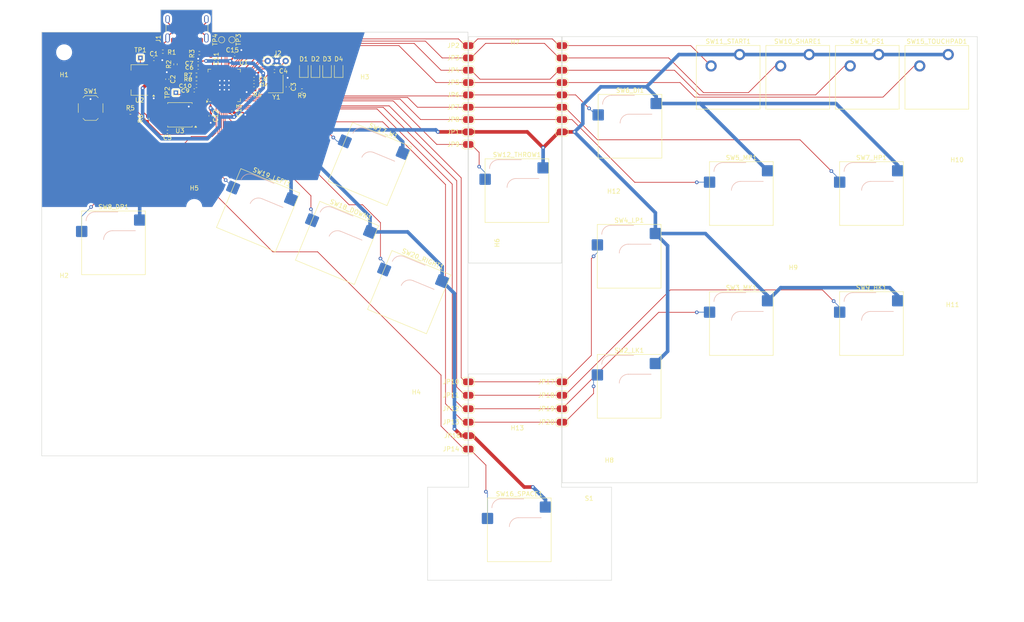
<source format=kicad_pcb>
(kicad_pcb (version 20240108) (generator "pcbnew") (generator_version "8.0")
  (layers (0 "F.Cu" signal) (31 "B.Cu" signal) (34 "B.Paste" user) (35 "F.Paste" user) (36 "B.SilkS" user "B.Silkscreen") (37 "F.SilkS" user "F.Silkscreen") (38 "B.Mask" user) (39 "F.Mask" user) (44 "Edge.Cuts" user))
  (net 0 "")
  (net 1 "VBUS")
  (net 2 "GND")
  (net 3 "+3.3V")
  (net 4 "Net-(C4-Pad2)")
  (net 5 "Net-(J1-SHIELD)")
  (net 6 "Net-(J1-CC2)")
  (net 7 "Net-(J1-CC1)")
  (net 9 "Net-(U1-GPIO25)")
  (net 11 "Net-(U1-GPIO27_ADC1)")
  (net 14 "+1V1")
  (net 15 "Net-(R5-Pad1)")
  (net 16 "Net-(U1-USB_DM)")
  (net 17 "Net-(U1-USB_DP)")
  (net 18 "/Main/XIN")
  (net 19 "/Main/XOUT")
  (net 20 "/Main/QSPI_SS")
  (net 21 "/Main/D-")
  (net 22 "/Main/D+")
  (net 23 "/Main/SWCLK")
  (net 24 "/Main/SWDIO")
  (net 25 "/Main/QSPI_SD3")
  (net 26 "/Main/QSPI_SCLK")
  (net 27 "/Main/QSPI_SD0")
  (net 28 "/Main/QSPI_SD2")
  (net 29 "/Main/QSPI_SD1")
  (net 31 "Net-(D1-K)")
  (net 35 "/Buttons/L3")
  (net 36 "/Buttons/S2")
  (net 37 "/Buttons/S1")
  (net 38 "/Buttons/A1")
  (net 39 "/Buttons/A2")
  (net 40 "/Buttons/L1")
  (net 41 "/Buttons/R1")
  (net 42 "/Buttons/B4")
  (net 43 "/Buttons/B3")
  (net 44 "/Buttons/R2")
  (net 45 "/Buttons/B2")
  (net 46 "/Buttons/B1")
  (net 47 "/Buttons/SPACE")
  (net 48 "/Main/S2")
  (net 49 "/Main/S1")
  (net 50 "/Main/A1")
  (net 51 "/Main/A2")
  (net 52 "/Main/L1")
  (net 53 "/Main/R1")
  (net 54 "/Main/B4")
  (net 55 "/Main/L3")
  (net 56 "/Main/B3")
  (net 57 "/Main/R2")
  (net 58 "/Main/B2")
  (net 59 "/Main/B1")
  (net 60 "/Main/SPACE")
  (net 61 "DOWN")
  (net 62 "RIGHT")
  (net 63 "LEFT")
  (net 64 "L2")
  (net 65 "W")
  (net 66 "Net-(JP2-B)")
  (net 67 "Net-(JP22-A)")
  (net 68 "Net-(JP23-A)")
  (net 69 "Net-(JP24-A)")
  (net 70 "Net-(JP25-A)")
  (net 71 "Net-(JP26-A)")
  (net 72 "Net-(JP27-A)")
  (net 73 "Net-(JP10-B)")
  (net 74 "Net-(JP11-B)")
  (net 75 "Net-(JP12-B)")
  (net 76 "Net-(JP13-B)")
  (net 77 "/Main/P1")
  (net 78 "/Main/P2")
  (net 79 "/Main/P3")
  (net 80 "/Main/P4")
  (footprint "Fightstick_Library:EdgeSolderJumper-2_P1.3mm_Bridged_RoundedPad1.0x1.5mm" (layer "F.Cu") (at 139.07 103)
    (property "Reference" "JP10")
    (property "Value" "SolderJumper_2_Bridged")
  )
  (footprint "PCM_Switch_Keyboard_Hotswap_Kailh:SW_Hotswap_Kailh_MX" (layer "F.Cu") (at 228.933943 90)
    (property "Reference" "SW9_HK1")
    (property "Value" "SW_Push")
  )
  (footprint "" (layer "F.Cu") (at 83.7 36.84)
    (property "Reference" "")
    (property "Value" "")
  )
  (footprint "Crystal:Crystal_SMD_3225-4Pin_3.2x2.5mm" (layer "F.Cu") (at 96.146 36.53 90)
    (property "Reference" "Y1")
    (property "Value" "12 mhz crystal")
  )
  (footprint "MountingHole:MountingHole_3.2mm_M3" (layer "F.Cu") (at 166.5 60.5)
    (property "Reference" "H12")
    (property "Value" "MountingHole")
  )
  (footprint "LED_SMD:LED_0805_2012Metric" (layer "F.Cu") (at 110.19 33.4125 90)
    (property "Reference" "D4")
    (property "Value" "LED")
  )
  (footprint "Capacitor_SMD:C_0402_1005Metric" (layer "F.Cu") (at 78 38 180)
    (property "Reference" "C9")
    (property "Value" "100n")
  )
  (footprint "" (layer "F.Cu") (at 85.732 36.84)
    (property "Reference" "")
    (property "Value" "")
  )
  (footprint "Capacitor_SMD:C_0402_1005Metric" (layer "F.Cu") (at 78.88 31.93 180)
    (property "Reference" "C7")
    (property "Value" "1u")
  )
  (footprint "MountingHole:MountingHole_3.2mm_M3" (layer "F.Cu") (at 247 90)
    (property "Reference" "H11")
    (property "Value" "MountingHole")
  )
  (footprint "LED_SMD:LED_0805_2012Metric" (layer "F.Cu") (at 105.01 33.4125 90)
    (property "Reference" "D2")
    (property "Value" "LED")
  )
  (footprint "PCM_Switch_Keyboard_Cherry_MX:SW_Cherry_MX_PCB" (layer "F.Cu") (at 197 35.08)
    (property "Reference" "SW11_START1")
    (property "Value" "SW_Push")
  )
  (footprint "Capacitor_SMD:C_0402_1005Metric" (layer "F.Cu") (at 91.32 35.43)
    (property "Reference" "C8")
    (property "Value" "100n")
  )
  (footprint "Fightstick_Library:SW_TS-1187A-C-A-B" (layer "F.Cu") (at 54.905 41.93)
    (property "Reference" "SW1")
    (property "Value" "Memory Reset")
  )
  (footprint "MountingHole:MountingHole_3.2mm_M3" (layer "F.Cu") (at 150 72)
    (property "Reference" "H6")
    (property "Value" "MountingHole")
  )
  (footprint "Fightstick_Library:EdgeSolderJumper-2_P1.3mm_Bridged_RoundedPad1.0x1.5mm" (layer "F.Cu") (at 159.95 28)
    (property "Reference" "JP21" (hide yes))
    (property "Value" "SolderJumper_2_Bridged" (hide yes))
  )
  (footprint "" (layer "F.Cu") (at 85.732 35.824)
    (property "Reference" "")
    (property "Value" "")
  )
  (footprint "TestPoint:TestPoint_Pad_D1.0mm" (layer "F.Cu") (at 84.1 26.7 90)
    (property "Reference" "TP4")
    (property "Value" "TestPoint")
  )
  (footprint "" (layer "F.Cu") (at 85.732 37.856)
    (property "Reference" "")
    (property "Value" "")
  )
  (footprint "Resistor_SMD:R_0402_1005Metric" (layer "F.Cu") (at 92.08 37.856 180)
    (property "Reference" "R4")
    (property "Value" "1K")
  )
  (footprint "Fightstick_Library:EdgeSolderJumper-2_P1.3mm_Bridged_RoundedPad1.0x1.5mm" (layer "F.Cu") (at 159.95 103)
    (property "Reference" "JP17")
    (property "Value" "SolderJumper_2_Bridged" (hide yes))
  )
  (footprint "LED_SMD:LED_0805_2012Metric" (layer "F.Cu") (at 102.42 33.4125 90)
    (property "Reference" "D1")
    (property "Value" "LED")
  )
  (footprint "Capacitor_SMD:C_0402_1005Metric" (layer "F.Cu") (at 87 30)
    (property "Reference" "C15")
    (property "Value" "100n")
  )
  (footprint "Resistor_SMD:R_0402_1005Metric" (layer "F.Cu") (at 63.761 42.936)
    (property "Reference" "R5")
    (property "Value" "1K")
  )
  (footprint "Fightstick_Library:EdgeSolderJumper-2_P1.3mm_Bridged_RoundedPad1.0x1.5mm" (layer "F.Cu") (at 159.95 47.25)
    (property "Reference" "JP15" (hide yes))
    (property "Value" "SolderJumper_2_Bridged" (hide yes))
  )
  (footprint "Resistor_SMD:R_0402_1005Metric" (layer "F.Cu") (at 73.822 32.178 -90)
    (property "Reference" "R2")
    (property "Value" "5.1K")
  )
  (footprint "PCM_Switch_Keyboard_Hotswap_Kailh:SW_Hotswap_Kailh_MX_1.00u" (layer "F.Cu") (at 125.903943 83 -22.5)
    (property "Reference" "SW20_RIGHT1")
    (property "Value" "SW_Push")
  )
  (footprint "PCM_Switch_Keyboard_Hotswap_Kailh:SW_Hotswap_Kailh_MX_1.00u" (layer "F.Cu") (at 109.834772 72.014362 -22.5)
    (property "Reference" "SW18_DOWN1")
    (property "Value" "SW_Push")
  )
  (footprint "MountingHole:MountingHole_3.2mm_M3" (layer "F.Cu") (at 127.5 109.5)
    (property "Reference" "H4")
    (property "Value" "MountingHole")
  )
  (footprint "Fightstick_Library:LDO_AMS1117-3.3" (layer "F.Cu") (at 65.822 35.678 180)
    (property "Reference" "U2")
    (property "Value" "AMS1117-3.3_SOT223")
  )
  (footprint "PCM_kikit:Board" (layer "F.Cu") (at 130 138)
    (property "Reference" "B4")
    (property "Value" "Board")
  )
  (footprint "Fightstick_Library:Debug_Points" (layer "F.Cu") (at 97.68 31.43 180)
    (property "Reference" "J2")
    (property "Value" "Conn_01x03_Socket")
  )
  (footprint "Fightstick_Library:EdgeSolderJumper-2_P1.3mm_Bridged_RoundedPad1.0x1.5mm" (layer "F.Cu") (at 159.95 41.75)
    (property "Reference" "JP26" (hide yes))
    (property "Value" "SolderJumper_2_Bridged" (hide yes))
  )
  (footprint "PCM_kikit:Board" (layer "F.Cu") (at 151.375 26)
    (property "Reference" "B3")
    (property "Value" "Board")
  )
  (footprint "PCM_Switch_Keyboard_Hotswap_Kailh:SW_Hotswap_Kailh_MX_1.00u" (layer "F.Cu") (at 117.124891 54.414457 -22.5)
    (property "Reference" "SW17_W1")
    (property "Value" "SW_Push")
  )
  (footprint "Capacitor_SMD:C_0402_1005Metric" (layer "F.Cu") (at 81.7 30.9 90)
    (property "Reference" "C11")
    (property "Value" "100n")
  )
  (footprint "Fightstick_Library:EdgeSolderJumper-2_P1.3mm_Bridged_RoundedPad1.0x1.5mm" (layer "F.Cu") (at 159.95 36.25)
    (property "Reference" "JP24" (hide yes))
    (property "Value" "SolderJumper_2_Bridged" (hide yes))
  )
  (footprint "PCM_Switch_Keyboard_Hotswap_Kailh:SW_Hotswap_Kailh_MX" (layer "F.Cu") (at 199.933943 90)
    (property "Reference" "SW3_MK1")
    (property "Value" "SW_Push")
  )
  (footprint "MountingHole:MountingHole_3.2mm_M3" (layer "F.Cu") (at 49 29.5)
    (property "Reference" "H1")
    (property "Value" "MountingHole")
  )
  (footprint "Capacitor_SMD:C_0402_1005Metric" (layer "F.Cu") (at 78.5 37 180)
    (property "Reference" "C10")
    (property "Value" "100n")
  )
  (footprint "Fightstick_Library:EdgeSolderJumper-2_P1.3mm_Bridged_RoundedPad1.0x1.5mm" (layer "F.Cu") (at 159.95 106)
    (property "Reference" "JP18")
    (property "Value" "SolderJumper_2_Bridged" (hide yes))
  )
  (footprint "Capacitor_SMD:C_0402_1005Metric" (layer "F.Cu") (at 78.88 32.93 180)
    (property "Reference" "C6")
    (property "Value" "1u")
  )
  (footprint "Fightstick_Library:EdgeSolderJumper-2_P1.3mm_Bridged_RoundedPad1.0x1.5mm" (layer "F.Cu") (at 139.07 28)
    (property "Reference" "JP2")
    (property "Value" "SolderJumper_2_Bridged")
  )
  (footprint "Fightstick_Library:EdgeSolderJumper-2_P1.3mm_Bridged_RoundedPad1.0x1.5mm" (layer "F.Cu") (at 139.07 112)
    (property "Reference" "JP13")
    (property "Value" "SolderJumper_2_Bridged")
  )
  (footprint "TestPoint:TestPoint_THTPad_1.0x1.0mm_Drill0.5mm" (layer "F.Cu") (at 66 30.75)
    (property "Reference" "TP1")
    (property "Value" "TestPoint")
  )
  (footprint "MountingHole:MountingHole_3.2mm_M3" (layer "F.Cu") (at 211.5 73)
    (property "Reference" "H9")
    (property "Value" "MountingHole")
  )
  (footprint "Fightstick_Library:EdgeSolderJumper-2_P1.3mm_Bridged_RoundedPad1.0x1.5mm" (layer "F.Cu") (at 139.07 39)
    (property "Reference" "JP6")
    (property "Value" "SolderJumper_2_Bridged")
  )
  (footprint "TestPoint:TestPoint_Pad_D1.0mm" (layer "F.Cu") (at 86.4 26.7 -90)
    (property "Reference" "TP3")
    (property "Value" "TestPoint")
  )
  (footprint "TestPoint:TestPoint_THTPad_1.0x1.0mm_Drill0.5mm" (layer "F.Cu") (at 73.9 38.5)
    (property "Reference" "TP2")
    (property "Value" "TestPoint")
  )
  (footprint "Capacitor_SMD:C_0402_1005Metric" (layer "F.Cu") (at 81.63 43.68 -90)
    (property "Reference" "C12")
    (property "Value" "100n")
  )
  (footprint "MountingHole:MountingHole_3.2mm_M3" (layer "F.Cu") (at 49 83.5)
    (property "Reference" "H2")
    (property "Value" "MountingHole")
  )
  (footprint "Fightstick_Library:EdgeSolderJumper-2_P1.3mm_Bridged_RoundedPad1.0x1.5mm" (layer "F.Cu") (at 139.07 47.25)
    (property "Reference" "JP1")
    (property "Value" "SolderJumper_2_Bridged")
  )
  (footprint "PCM_Switch_Keyboard_Hotswap_Kailh:SW_Hotswap_Kailh_MX" (layer "F.Cu") (at 174.933943 104)
    (property "Reference" "SW2_LK1")
    (property "Value" "SW_Push")
  )
  (footprint "PCM_Switch_Keyboard_Hotswap_Kailh:SW_Hotswap_Kailh_MX" (layer "F.Cu") (at 60 71.991696)
    (property "Reference" "SW8_DP1")
    (property "Value" "SW_Push")
  )
  (footprint "Fightstick_Library:EdgeSolderJumper-2_P1.3mm_Bridged_RoundedPad1.0x1.5mm" (layer "F.Cu") (at 159.95 112)
    (property "Reference" "JP20")
    (property "Value" "SolderJumper_2_Bridged" (hide yes))
  )
  (footprint "Fightstick_Library:EdgeSolderJumper-2_P1.3mm_Bridged_RoundedPad1.0x1.5mm" (layer "F.Cu") (at 159.95 30.75)
    (property "Reference" "JP22" (hide yes))
    (property "Value" "SolderJumper_2_Bridged" (hide yes))
  )
  (footprint "PCM_Switch_Keyboard_Hotswap_Kailh:SW_Hotswap_Kailh_MX" (layer "F.Cu") (at 149.915906 60.354124)
    (property "Reference" "SW12_THROW1")
    (property "Value" "SW_Push")
  )
  (footprint "Capacitor_SMD:C_0402_1005Metric" (layer "F.Cu") (at 98.852 37.208 -90)
    (property "Reference" "C3")
    (property "Value" "15p")
  )
  (footprint "" (layer "F.Cu") (at 84.716 37.856)
    (property "Reference" "")
    (property "Value" "")
  )
  (footprint "Fightstick_Library:EdgeSolderJumper-2_P1.3mm_Bridged_RoundedPad1.0x1.5mm" (layer "F.Cu") (at 139.07 106)
    (property "Reference" "JP11")
    (property "Value" "SolderJumper_2_Bridged")
  )
  (footprint "Resistor_SMD:R_0402_1005Metric" (layer "F.Cu") (at 78.5 34.5)
    (property "Reference" "R7")
    (property "Value" "27")
  )
  (footprint "" (layer "F.Cu") (at 84.716 35.824)
    (property "Reference" "")
    (property "Value" "")
  )
  (footprint "MountingHole:MountingHole_3.2mm_M3" (layer "F.Cu") (at 120.5 35 180)
    (property "Reference" "H3")
    (property "Value" "MountingHole")
  )
  (footprint "Resistor_SMD:R_0402_1005Metric_Pad0.72x0.64mm_HandSolder" (layer "F.Cu") (at 67.571 44.333 -90)
    (property "Reference" "R6")
    (property "Value" "DNF")
  )
  (footprint "" (layer "F.Cu") (at 84.716 36.84)
    (property "Reference" "")
    (property "Value" "")
  )
  (footprint "Fightstick_Library:EdgeSolderJumper-2_P1.3mm_Bridged_RoundedPad1.0x1.5mm" (layer "F.Cu") (at 139.07 30.75)
    (property "Reference" "JP3")
    (property "Value" "SolderJumper_2_Bridged")
  )
  (footprint "Capacitor_SMD:C_0402_1005Metric" (layer "F.Cu") (at 72.016 47.254)
    (property "Reference" "C5")
    (property "Value" "100n")
  )
  (footprint "MountingHole:MountingHole_3.2mm_M3" (layer "F.Cu") (at 175.5 120.5)
    (property "Reference" "H8")
    (property "Value" "MountingHole")
  )
  (footprint "Fightstick_Library:EdgeSolderJumper-2_P1.3mm_Bridged_RoundedPad1.0x1.5mm" (layer "F.Cu") (at 139.07 50.05)
    (property "Reference" "JP9")
    (property "Value" "SolderJumper_2_Bridged")
  )
  (footprint "LED_SMD:LED_0805_2012Metric" (layer "F.Cu") (at 107.6 33.4125 90)
    (property "Reference" "D3")
    (property "Value" "LED")
  )
  (footprint "Fightstick_Library:EdgeSolderJumper-2_P1.3mm_Bridged_RoundedPad1.0x1.5mm" (layer "F.Cu") (at 159.95 109)
    (property "Reference" "JP19")
    (property "Value" "SolderJumper_2_Bridged" (hide yes))
  )
  (footprint "Capacitor_SMD:C_0402_1005Metric" (layer "F.Cu") (at 86.38 42.93)
    (property "Reference" "C13")
    (property "Value" "100n")
  )
  (footprint "Package_DFN_QFN:QFN-56-1EP_7x7mm_P0.4mm_EP3.2x3.2mm" (layer "F.Cu") (at 84.678 36.878 90)
    (property "Reference" "U1")
    (property "Value" "RP2040")
  )
  (footprint "Fightstick_Library:USB_C_Receptacle_C6332272" (layer "F.Cu") (at 76.38 23.68 180)
    (property "Reference" "J1")
    (property "Value" "USB_C_Receptacle_USB2.0_14P")
  )
  (footprint "Capacitor_SMD:C_0402_1005Metric" (layer "F.Cu") (at 91.32 36.84)
    (property "Reference" "C14")
    (property "Value" "100n")
  )
  (footprint "Fightstick_Library:EdgeSolderJumper-2_P1.3mm_Bridged_RoundedPad1.0x1.5mm" (layer "F.Cu") (at 159.95 33.5)
    (property "Reference" "JP23" (hide yes))
    (property "Value" "SolderJumper_2_Bridged" (hide yes))
  )
  (footprint "Fightstick_Library:EdgeSolderJumper-2_P1.3mm_Bridged_RoundedPad1.0x1.5mm" (layer "F.Cu") (at 139.09 118)
    (property "Reference" "JP14")
    (property "Value" "SolderJumper_2_Bridged")
  )
  (footprint "PCM_Switch_Keyboard_Hotswap_Kailh:SW_Hotswap_Kailh_MX" (layer "F.Cu") (at 199.933943 61)
    (property "Reference" "SW5_MP1")
    (property "Value" "SW_Push")
  )
  (footprint "PCM_Switch_Keyboard_Hotswap_Kailh:SW_Hotswap_Kailh_MX" (layer "F.Cu") (at 175.114257 46.000561)
    (property "Reference" "SW6_DI1")
    (property "Value" "SW_Push")
  )
  (footprint "PCM_Mounting_Keyboard_Stabilizer:Stabilizer_Cherry_MX_2.00u" (layer "F.Cu") (at 150.44 136.01)
    (property "Reference" "S1")
    (property "Value" "~")
  )
  (footprint "Resistor_SMD:R_0402_1005Metric" (layer "F.Cu") (at 79.13 29.68)
    (property "Reference" "R3")
    (property "Value" "5.1K")
  )
  (footprint "Fightstick_Library:EdgeSolderJumper-2_P1.3mm_Bridged_RoundedPad1.0x1.5mm" (layer "F.Cu") (at 159.95 44.5)
    (property "Reference" "JP27" (hide yes))
    (property "Value" "SolderJumper_2_Bridged" (hide yes))
  )
  (footprint "PCM_Switch_Keyboard_Hotswap_Kailh:SW_Hotswap_Kailh_MX_1.00u" (layer "F.Cu") (at 92.234867 64.724243 -22.5)
    (property "Reference" "SW19_LEFT1")
    (property "Value" "SW_Push")
  )
  (footprint "Resistor_SMD:R_0402_1005Metric" (layer "F.Cu") (at 78.5 35.5)
    (property "Reference" "R8")
    (property "Value" "27")
  )
  (footprint "PCM_Switch_Keyboard_Hotswap_Kailh:SW_Hotswap_Kailh_MX" (layer "F.Cu") (at 174.933943 75)
    (property "Reference" "SW4_LP1")
    (property "Value" "SW_Push")
  )
  (footprint "Fightstick_Library:EdgeSolderJumper-2_P1.3mm_Bridged_RoundedPad1.0x1.5mm" (layer "F.Cu") (at 139.09 115)
    (property "Reference" "JP16")
    (property "Value" "SolderJumper_2_Bridged" (hide yes))
  )
  (footprint "MountingHole:MountingHole_3.2mm_M3" (layer "F.Cu") (at 248 49)
    (property "Reference" "H10")
    (property "Value" "MountingHole")
  )
  (footprint "Package_SO:SOIC-8_5.23x5.23mm_P1.27mm" (layer "F.Cu") (at 74.81 43.444 180)
    (property "Reference" "U3")
    (property "Value" "W25Q128JVSIQ")
  )
  (footprint "Fightstick_Library:EdgeSolderJumper-2_P1.3mm_Bridged_RoundedPad1.0x1.5mm" (layer "F.Cu") (at 159.95 39)
    (property "Reference" "JP25" (hide yes))
    (property "Value" "SolderJumper_2_Bridged" (hide yes))
  )
  (footprint "Fightstick_Library:EdgeSolderJumper-2_P1.3mm_Bridged_RoundedPad1.0x1.5mm" (layer "F.Cu") (at 139.07 33.5)
    (property "Reference" "JP4")
    (property "Value" "SolderJumper_2_Bridged")
  )
  (footprint "PCM_Switch_Keyboard_Hotswap_Kailh:SW_Hotswap_Kailh_MX" (layer "F.Cu") (at 228.933943 61)
    (property "Reference" "SW7_HP1")
    (property "Value" "SW_Push")
  )
  (footprint "MountingHole:MountingHole_3.2mm_M3" (layer "F.Cu") (at 78 64)
    (property "Reference" "H5")
    (property "Value" "MountingHole")
  )
  (footprint "PCM_Switch_Keyboard_Hotswap_Kailh:SW_Hotswap_Kailh_MX" (layer "F.Cu") (at 150.44 136.01)
    (property "Reference" "SW16_SPACE1")
    (property "Value" "SW_Push")
  )
  (footprint "MountingHole:MountingHole_3.2mm_M3" (layer "F.Cu") (at 149.5 31.5)
    (property "Reference" "H7")
    (property "Value" "MountingHole")
  )
  (footprint "PCM_Switch_Keyboard_Cherry_MX:SW_Cherry_MX_PCB" (layer "F.Cu") (at 212.5 35.08)
    (property "Reference" "SW10_SHARE1")
    (property "Value" "SW_Push")
  )
  (footprint "Resistor_SMD:R_0402_1005Metric" (layer "F.Cu") (at 102 38 180)
    (property "Reference" "R9")
    (property "Value" "330")
  )
  (footprint "" (layer "F.Cu") (at 83.7 37.856)
    (property "Reference" "")
    (property "Value" "")
  )
  (footprint "Capacitor_SMD:C_0402_1005Metric" (layer "F.Cu") (at 69 31)
    (property "Reference" "C1")
    (property "Value" "10u")
  )
  (footprint "MountingHole:MountingHole_3.2mm_M3" (layer "F.Cu") (at 150 117.5)
    (property "Reference" "H13")
    (property "Value" "MountingHole")
  )
  (footprint "" (layer "F.Cu") (at 83.7 35.824)
    (property "Reference" "")
    (property "Value" "")
  )
  (footprint "PCM_kikit:Board" (layer "F.Cu") (at 170 26)
    (property "Reference" "B2")
    (property "Value" "Board")
  )
  (footprint "Capacitor_SMD:C_0402_1005Metric" (layer "F.Cu") (at 72 35.5 90)
    (property "Reference" "C2")
    (property "Value" "10u")
  )
  (footprint "Fightstick_Library:EdgeSolderJumper-2_P1.3mm_Bridged_RoundedPad1.0x1.5mm" (layer "F.Cu") (at 139.07 36.25)
    (property "Reference" "JP5")
    (property "Value" "SolderJumper_2_Bridged")
  )
  (footprint "Capacitor_SMD:C_0402_1005Metric" (layer "F.Cu") (at 95.88 33.68 180)
    (property "Reference" "C4")
    (property "Value" "15p")
  )
  (footprint "Fightstick_Library:EdgeSolderJumper-2_P1.3mm_Bridged_RoundedPad1.0x1.5mm" (layer "F.Cu") (at 139.07 109)
    (property "Reference" "JP12")
    (property "Value" "SolderJumper_2_Bridged")
  )
  (footprint "PCM_Switch_Keyboard_Cherry_MX:SW_Cherry_MX_PCB" (layer "F.Cu") (at 243.5 35.08)
    (property "Reference" "SW15_TOUCHPAD1")
    (property "Value" "SW_Push")
  )
  (footprint "Resistor_SMD:R_0402_1005Metric" (layer "F.Cu") (at 71 29.347)
    (property "Reference" "R1")
    (property "Value" "1M")
  )
  (footprint "Fightstick_Library:EdgeSolderJumper-2_P1.3mm_Bridged_RoundedPad1.0x1.5mm" (layer "F.Cu") (at 139.07 44.5)
    (property "Reference" "JP8")
    (property "Value" "SolderJumper_2_Bridged")
  )
  (footprint "PCM_Switch_Keyboard_Cherry_MX:SW_Cherry_MX_PCB" (layer "F.Cu") (at 228 35.08)
    (property "Reference" "SW14_PS1")
    (property "Value" "SW_Push")
  )
  (footprint "Fightstick_Library:EdgeSolderJumper-2_P1.3mm_Bridged_RoundedPad1.0x1.5mm" (layer "F.Cu") (at 139.07 41.75)
    (property "Reference" "JP7")
    (property "Value" "SolderJumper_2_Bridged")
  )
  (footprint "PCM_kikit:Board" (layer "F.Cu") (at 44.25 25)
    (property "Reference" "B1")
    (property "Value" "Board")
  )
  (gr_line (start 252.53 26) (end 252.5 125.5) (stroke (width 0.1)) (layer "Edge.Cuts"))
  (gr_line (start 139 119.5) (end 44 119.5) (stroke (width 0.1)) (layer "Edge.Cuts"))
  (gr_line (start 252.5 125.5) (end 160 125.5) (stroke (width 0.1)) (layer "Edge.Cuts"))
  (gr_line (start 139 25) (end 139 119.5) (stroke (width 0.1)) (layer "Edge.Cuts"))
  (gr_line (start 160 26) (end 160 125.5) (stroke (width 0.1)) (layer "Edge.Cuts"))
  (gr_line (start 159.85 126.5) (end 171 126.5) (stroke (width 0.1)) (layer "Edge.Cuts"))
  (gr_line (start 130 147.25) (end 171 147.25) (stroke (width 0.1)) (layer "Edge.Cuts"))
  (gr_line (start 159.85 101.25) (end 159.85 126.5) (stroke (width 0.1)) (layer "Edge.Cuts"))
  (gr_line (start 159.85 101.25) (end 139.15 101.25) (stroke (width 0.1)) (layer "Edge.Cuts"))
  (gr_line (start 82 25) (end 82 20) (stroke (width 0.1)) (layer "Edge.Cuts"))
  (gr_line (start 82 20) (end 70.5 20) (stroke (width 0.1)) (layer "Edge.Cuts"))
  (gr_line (start 139.14 26) (end 159.86 26) (stroke (width 0.1)) (layer "Edge.Cuts"))
  (gr_line (start 139 25) (end 82 25) (stroke (width 0.1)) (layer "Edge.Cuts"))
  (gr_line (start 70.5 20) (end 70.5 25) (stroke (width 0.1)) (layer "Edge.Cuts"))
  (gr_line (start 171 147.25) (end 171 126.5) (stroke (width 0.1)) (layer "Edge.Cuts"))
  (gr_line (start 252.53 26) (end 160 26) (stroke (width 0.1)) (layer "Edge.Cuts"))
  (gr_line (start 130 126.5) (end 130 147.25) (stroke (width 0.1)) (layer "Edge.Cuts"))
  (gr_line (start 159.86 76.5) (end 139.14 76.5) (stroke (width 0.1)) (layer "Edge.Cuts"))
  (gr_line (start 159.86 26) (end 159.86 76.5) (stroke (width 0.1)) (layer "Edge.Cuts"))
  (gr_line (start 130 126.5) (end 139.15 126.5) (stroke (width 0.1)) (layer "Edge.Cuts"))
  (gr_line (start 139.15 101.25) (end 139.15 126.5) (stroke (width 0.1)) (layer "Edge.Cuts"))
  (gr_line (start 70.5 25) (end 44 25) (stroke (width 0.1)) (layer "Edge.Cuts"))
  (gr_line (start 44 25) (end 44 119.5) (stroke (width 0.1)) (layer "Edge.Cuts"))
  (gr_line (start 139.14 26) (end 139.14 76.5) (stroke (width 0.1)) (layer "Edge.Cuts"))
  (segment (start 73.98 26.86259) (end 73.98 27.315) (width 0.2) (layer "F.Cu") (net 1))
  (segment (start 73.98 26.295001) (end 74.745001 25.53) (width 0.2) (layer "F.Cu") (net 1))
  (segment (start 68.52 32.926) (end 68.972 33.378) (width 0.2) (layer "F.Cu") (net 1))
  (segment (start 69.302 33.048) (end 68.972 33.378) (width 0.2) (layer "F.Cu") (net 1))
  (segment (start 70.172 33.378) (end 73.98 29.57) (width 0.2) (layer "F.Cu") (net 1))
  (segment (start 78.78 26.28) (end 78.78 26.865) (width 0.2) (layer "F.Cu") (net 1))
  (segment (start 73.98 26.865) (end 73.98 26.295001) (width 0.2) (layer "F.Cu") (net 1))
  (segment (start 68.972 33.378) (end 70.172 33.378) (width 0.2) (layer "F.Cu") (net 1))
  (segment (start 74.745001 25.53) (end 78.03 25.53) (width 0.2) (layer "F.Cu") (net 1))
  (segment (start 73.98 29.57) (end 73.98 27.4) (width 0.2) (layer "F.Cu") (net 1))
  (segment (start 78.78 27.315) (end 78.78 26.745001) (width 0.2) (layer "F.Cu") (net 1))
  (segment (start 78.03 25.53) (end 78.78 26.28) (width 0.2) (layer "F.Cu") (net 1))
  (segment (start 68.52 31) (end 68.52 32.926) (width 0.2) (layer "F.Cu") (net 1))
  (segment (start 78.4 31.93) (end 78.4 31.41) (width 0.2) (layer "F.Cu") (net 2))
  (segment (start 79.58 27.4) (end 79.58 29.37) (width 0.2) (layer "F.Cu") (net 2))
  (segment (start 88.5 29) (end 88.48 29) (width 0.2) (layer "F.Cu") (net 2))
  (segment (start 91.8 36.84) (end 92.079999 36.84) (width 0.2) (layer "F.Cu") (net 2))
  (segment (start 76.82 37.3) (end 69.65 37.3) (width 0.2) (layer "F.Cu") (net 2))
  (segment (start 81.668 44.198) (end 81.63 44.16) (width 0.2) (layer "F.Cu") (net 2))
  (segment (start 95.296 37.63) (end 95.296 37.53) (width 0.2) (layer "F.Cu") (net 2))
  (segment (start 68.968 39.761) (end 68.968 37.982) (width 0.2) (layer "F.Cu") (net 2))
  (segment (start 86.86 42.93) (end 88.88 42.93) (width 0.2) (layer "F.Cu") (net 2))
  (segment (start 95.296 37.53) (end 96.996 35.83) (width 0.2) (layer "F.Cu") (net 2))
  (segment (start 81.7 30.42) (end 79.39 30.42) (width 0.2) (layer "F.Cu") (net 2))
  (segment (start 69.65 37.3) (end 68.972 37.978) (width 0.2) (layer "F.Cu") (net 2))
  (segment (start 91.8 34.51) (end 91.88 34.43) (width 0.2) (layer "F.Cu") (net 2))
  (segment (start 95.296 37.63) (end 95.296 37.73) (width 0.2) (layer "F.Cu") (net 2))
  (segment (start 70.621 31) (end 70.873 31.252) (width 0.2) (layer "F.Cu") (net 2))
  (segment (start 137.5 115) (end 136 113.5) (width 0.8) (layer "F.Cu") (net 2))
  (segment (start 98.852 35.228) (end 98.813 35.189) (width 0.2) (layer "F.Cu") (net 2))
  (segment (start 68.968 37.982) (end 68.972 37.978) (width 0.2) (layer "F.Cu") (net 2))
  (segment (start 101.49 37.866) (end 98.813 35.189) (width 0.25) (layer "F.Cu") (net 2))
  (segment (start 88.1155 37.878) (end 89.183 37.878) (width 0.2) (layer "F.Cu") (net 2))
  (segment (start 79.64 29.68) (end 79.64 30.17) (width 0.2) (layer "F.Cu") (net 2))
  (segment (start 162.75 47.25) (end 160.6 47.25) (width 0.8) (layer "F.Cu") (net 2))
  (segment (start 94.007975 33.188) (end 93.122 33.188) (width 0.2) (layer "F.Cu") (net 2))
  (segment (start 76.7785 41.6025) (end 76.842 41.539) (width 0.2) (layer "F.Cu") (net 2))
  (segment (start 69.48 31) (end 70.621 31) (width 0.2) (layer "F.Cu") (net 2))
  (segment (start 72 35.02) (end 72 34.05) (width 0.2) (layer "F.Cu") (net 2))
  (segment (start 78.02 37) (end 77.77 36.75) (width 0.2) (layer "F.Cu") (net 2))
  (segment (start 54.88 39.93) (end 55.005 40.055) (width 0.15) (layer "F.Cu") (net 2))
  (segment (start 155.757906 50.792094) (end 159.3 47.25) (width 0.8) (layer "F.Cu") (net 2))
  (segment (start 91.8 35.43) (end 91.8 34.51) (width 0.2) (layer "F.Cu") (net 2))
  (segment (start 138.37 115) (end 137.5 115) (width 0.8) (layer "F.Cu") (net 2))
  (segment (start 97.304 33.68) (end 96.36 33.68) (width 0.2) (layer "F.Cu") (net 2))
  (segment (start 89.183 37.878) (end 89.669 38.364) (width 0.2) (layer "F.Cu") (net 2))
  (segment (start 152.215812 47.25) (end 139.72 47.25) (width 0.8) (layer "F.Cu") (net 2))
  (segment (start 78.4 31.41) (end 78.88 30.93) (width 0.2) (layer "F.Cu") (net 2))
  (segment (start 84.64 36.84) (end 84.678 36.878) (width 0.8) (layer "F.Cu") (net 2))
  (segment (start 77.52 38) (end 76.82 37.3) (width 0.2) (layer "F.Cu") (net 2))
  (segment (start 71.51 30.615) (end 70.873 31.252) (width 0.2) (layer "F.Cu") (net 2))
  (segment (start 79.64 30.17) (end 78.88 30.93) (width 0.2) (layer "F.Cu") (net 2))
  (segment (start 92.079999 36.84) (end 94.38 34.539999) (width 0.2) (layer "F.Cu") (net 2))
  (segment (start 71.51 29.347) (end 71.51 30.615) (width 0.2) (layer "F.Cu") (net 2))
  (segment (start 77.77 36.75) (end 70.2 36.75) (width 0.2) (layer "F.Cu") (net 2))
  (segment (start 78.4 32.93) (end 78.4 31.93) (width 0.2) (layer "F.Cu") (net 2))
  (segment (start 71.88 33.93) (end 73.122 32.688) (width 0.2) (layer "F.Cu") (net 2))
  (segment (start 88.48 29) (end 87.48 30) (width 0.2) (layer "F.Cu") (net 2))
  (segment (start 97.237 35.189) (end 96.996 35.43) (width 0.2) (layer "F.Cu") (net 2))
  (segment (start 54.755 40.055) (end 54.88 39.93) (width 0.15) (layer "F.Cu") (net 2))
  (segment (start 153.465 126.465) (end 151.535 126.465) (width 0.8) (layer "F.Cu") (net 2))
  (segment (start 98.852 36.728) (end 98.852 35.228) (width 0.2) (layer "F.Cu") (net 2))
  (segment (start 88.88 42.93) (end 89.38 43.43) (width 0.2) (layer "F.Cu") (net 2))
  (segment (start 101.49 38) (end 101.49 37.866) (width 0.25) (layer "F.Cu") (net 2))
  (segment (start 155.757906 50.792094) (end 152.215812 47.25) (width 0.8) (layer "F.Cu") (net 2))
  (segment (start 96.996 35.83) (end 96.996 35.43) (width 0.2) (layer "F.Cu") (net 2))
  (segment (start 132.3 47.25) (end 138.42 47.25) (width 0.8) (layer "F.Cu") (net 2))
  (segment (start 81.668 45.222) (end 81.668 44.198) (width 0.2) (layer "F.Cu") (net 2))
  (segment (start 94.38 33.560025) (end 94.007975 33.188) (width 0.2) (layer "F.Cu") (net 2))
  (segment (start 79.39 30.42) (end 78.88 30.93) (width 0.2) (layer "F.Cu") (net 2))
  (segment (start 51.905 40.055) (end 54.755 40.055) (width 0.15) (layer "F.Cu") (net 2))
  (segment (start 73.18 28.945) (end 73.18 27.4) (width 0.2) (layer "F.Cu") (net 2))
  (segment (start 98.813 35.189) (end 97.237 35.189) (width 0.2) (layer "F.Cu") (net 2))
  (segment (start 94.38 34.539999) (end 94.38 33.560025) (width 0.2) (layer "F.Cu") (net 2))
  (segment (start 55.005 40.055) (end 57.905 40.055) (width 0.15) (layer "F.Cu") (net 2))
  (segment (start 76.7785 41.6025) (end 72.496 45.885) (width 0.2) (layer "F.Cu") (net 2))
  (segment (start 93.122 33.188) (end 91.88 34.43) (width 0.2) (layer "F.Cu") (net 2))
  (segment (start 72 34.05) (end 71.88 33.93) (width 0.2) (layer "F.Cu") (net 2))
  (segment (start 151.535 126.465) (end 140.07 115) (width 0.8) (layer "F.Cu") (net 2))
  (segment (start 70.2 36.75) (end 68.972 37.978) (width 0.2) (layer "F.Cu") (net 2))
  (segment (start 70.873 31.252) (end 73.18 28.945) (width 0.2) (layer "F.Cu") (net 2))
  (segment (start 84.716 36.84) (end 84.64 36.84) (width 0.8) (layer "F.Cu") (net 2))
  (segment (start 72.496 45.885) (end 72.496 47.254) (width 0.2) (layer "F.Cu") (net 2))
  (segment (start 76.842 41.539) (end 78.41 41.539) (width 0.2) (layer "F.Cu") (net 2))
  (segment (start 140.07 115) (end 139.67 115) (width 0.8) (layer "F.Cu") (net 2))
  (segment (start 98.813 35.189) (end 97.304 33.68) (width 0.2) (layer "F.Cu") (net 2))
  (segment (start 79.58 29.37) (end 79.64 29.43) (width 0.2) (layer "F.Cu") (net 2))
  (segment (start 73.122 32.688) (end 73.822 32.688) (width 0.2) (layer "F.Cu") (net 2))
  (segment (start 84.716 36.916) (end 84.716 36.84) (width 0.8) (layer "F.Cu") (net 2))
  (via (at 89.38 43.43) (size 0.8) (drill 0.4) (layers "F.Cu" "B.Cu") (net 2))
  (via (at 88.5 29) (size 0.8) (drill 0.4) (layers "F.Cu" "B.Cu") (net 2))
  (via (at 76.7785 41.6025) (size 0.8) (drill 0.4) (layers "F.Cu" "B.Cu") (net 2))
  (via (at 71.88 33.93) (size 0.8) (drill 0.4) (layers "F.Cu" "B.Cu") (net 2))
  (via (at 81.668 45.222) (size 0.8) (drill 0.4) (layers "F.Cu" "B.Cu") (net 2))
  (via (at 132.3 47.25) (size 0.8) (drill 0.4) (layers "F.Cu" "B.Cu") (net 2))
  (via (at 70.873 31.252) (size 0.8) (drill 0.4) (layers "F.Cu" "B.Cu") (net 2))
  (via (at 89.669 38.364) (size 0.8) (drill 0.4) (layers "F.Cu" "B.Cu") (net 2))
  (via (at 153.465 126.465) (size 0.8) (drill 0.4) (layers "F.Cu" "B.Cu") (net 2))
  (via (at 91.88 34.43) (size 0.8) (drill 0.4) (layers "F.Cu" "B.Cu") (net 2))
  (via (at 136 113.5) (size 0.8) (drill 0.4) (layers "F.Cu" "B.Cu") (net 2))
  (via (at 162.75 47.25) (size 0.8) (drill 0.4) (layers "F.Cu" "B.Cu") (net 2))
  (via (at 155.757906 50.792094) (size 0.8) (drill 0.4) (layers "F.Cu" "B.Cu") (net 2))
  (via (at 54.88 39.93) (size 0.8) (drill 0.4) (layers "F.Cu" "B.Cu") (net 2))
  (via (at 78.88 30.93) (size 0.8) (drill 0.4) (layers "F.Cu" "B.Cu") (net 2))
  (via (at 68.968 39.761) (size 0.8) (drill 0.4) (layers "F.Cu" "B.Cu") (net 2))
  (via (at 98.813 35.189) (size 0.8) (drill 0.4) (layers "F.Cu" "B.Cu") (net 2))
  (segment (start 117.176108 66.176108) (end 105 54) (width 0.8) (layer "B.Cu") (net 2))
  (segment (start 234.775943 84.92) (end 234.775943 83.775943) (width 0.8) (layer "B.Cu") (net 2))
  (segment (start 164.6 45.4) (end 164.6 41.2) (width 0.8) (layer "B.Cu") (net 2))
  (segment (start 205.775943 55.92) (end 190.776504 40.920561) (width 0.8) (layer "B.Cu") (net 2))
  (segment (start 124.466227 51.956786) (end 124.466227 49.466227) (width 0.8) (layer "B.Cu") (net 2))
  (segment (start 124.466227 49.466227) (end 121.8 46.8) (width 0.8) (layer "B.Cu") (net 2))
  (segment (start 191.92 69.92) (end 205.775943 83.775943) (width 0.8) (layer "B.Cu") (net 2))
  (segment (start 121.8 46.8) (end 108.2 46.8) (width 0.8) (layer "B.Cu") (net 2))
  (segment (start 246.04 30) (end 199.54 30) (width 0.8) (layer "B.Cu") (net 2))
  (segment (start 117.176108 69.556691) (end 117.176108 66.176108) (width 0.8) (layer "B.Cu") (net 2))
  (segment (start 168.6 37.2) (end 178.8 37.2) (width 0.8) (layer "B.Cu") (net 2))
  (segment (start 99.576203 62.266572) (end 99.576203 57.076203) (width 0.8) (layer "B.Cu") (net 2))
  (segment (start 178.8 37.2) (end 180.956257 39.356257) (width 0.8) (layer "B.Cu") (net 2))
  (segment (start 208.695943 82) (end 205.775943 84.92) (width 0.8) (layer "B.Cu") (net 2))
  (segment (start 234.775943 83.775943) (end 233 82) (width 0.8) (layer "B.Cu") (net 2))
  (segment (start 136 83.29705) (end 133.245279 80.542329) (width 0.8) (layer "B.Cu") (net 2))
  (segment (start 162.75 47.25) (end 164.6 45.4) (width 0.8) (layer "B.Cu") (net 2))
  (segment (start 180.956257 39.356257) (end 180.956257 40.920561) (width 0.8) (layer "B.Cu") (net 2))
  (segment (start 180.775943 98.92) (end 183.5 96.195943) (width 0.8) (layer "B.Cu") (net 2))
  (segment (start 133.245279 80.542329) (end 133.245279 77.245279) (width 0.8) (layer "B.Cu") (net 2))
  (segment (start 156.282 129.282) (end 156.282 130.93) (width 0.8) (layer "B.Cu") (net 2))
  (segment (start 65.842 63.158) (end 66 63) (width 0.8) (layer "B.Cu") (net 2))
  (segment (start 190.776504 40.920561) (end 180.956257 40.920561) (width 0.8) (layer "B.Cu") (net 2))
  (segment (start 221.026504 40.920561) (end 190.776504 40.920561) (width 0.8) (layer "B.Cu") (net 2))
  (segment (start 180.775943 69.92) (end 180.775943 65.275943) (width 0.8) (layer "B.Cu") (net 2))
  (segment (start 180.775943 69.92) (end 191.92 69.92) (width 0.8) (layer "B.Cu") (net 2))
  (segment (start 234.775943 55.92) (end 234.775943 54.67) (width 0.8) (layer "B.Cu") (net 2))
  (segment (start 186 30) (end 199.54 30) (width 0.8) (layer "B.Cu") (net 2))
  (segment (start 132.3 47.25) (end 131.85 46.8) (width 0.8) (layer "B.Cu") (net 2))
  (segment (start 65.842 66.911696) (end 65.842 63.158) (width 0.8) (layer "B.Cu") (net 2))
  (segment (start 205.775943 83.775943) (end 205.775943 84.92) (width 0.8) (layer "B.Cu") (net 2))
  (segment (start 136 113.5) (end 136 83.29705) (width 0.8) (layer "B.Cu") (net 2))
  (segment (start 164.6 41.2) (end 168.6 37.2) (width 0.8) (layer "B.Cu") (net 2))
  (segment (start 155.757906 50.792094) (end 155.757906 55.274124) (width 0.8) (layer "B.Cu") (net 2))
  (segment (start 233 82) (end 208.695943 82) (width 0.8) (layer "B.Cu") (net 2))
  (segment (start 178.8 37.2) (end 186 30) (width 0.8) (layer "B.Cu") (net 2))
  (segment (start 131.85 46.8) (end 121.8 46.8) (width 0.8) (layer "B.Cu") (net 2))
  (segment (start 183.5 72.644057) (end 180.775943 69.92) (width 0.8) (layer "B.Cu") (net 2))
  (segment (start 125.556691 69.556691) (end 117.176108 69.556691) (width 0.8) (layer "B.Cu") (net 2))
  (segment (start 180.775943 65.275943) (end 162.75 47.25) (width 0.8) (layer "B.Cu") (net 2))
  (segment (start 133.245279 77.245279) (end 125.556691 69.556691) (width 0.8) (layer "B.Cu") (net 2))
  (segment (start 183.5 96.195943) (end 183.5 72.644057) (width 0.8) (layer "B.Cu") (net 2))
  (segment (start 153.465 126.465) (end 156.282 129.282) (width 0.8) (layer "B.Cu") (net 2))
  (segment (start 234.775943 54.67) (end 221.026504 40.920561) (width 0.8) (layer "B.Cu") (net 2))
  (segment (start 68.972 35.678) (end 66 32.706) (width 0.2) (layer "F.Cu") (net 3))
  (segment (start 81.63 42.968) (end 81.862 43.2) (width 0.2) (layer "F.Cu") (net 3))
  (segment (start 86.52 30) (end 86.52 30.91) (width 0.2) (layer "F.Cu") (net 3))
  (segment (start 87.58164 35.078) (end 88.1155 35.078) (width 0.2) (layer "F.Cu") (net 3))
  (segment (start 81.7 31.4) (end 82.078 31.778) (width 0.2) (layer "F.Cu") (net 3))
  (segment (start 91.5 36.18) (end 90.84 36.84) (width 0.2) (layer "F.Cu") (net 3))
  (segment (start 69.09 35.796) (end 68.972 35.678) (width 0.2) (layer "F.Cu") (net 3))
  (segment (start 86.52 30.91) (end 86 31.43) (width 0.2) (layer "F.Cu") (net 3))
  (segment (start 86.91164 34.408) (end 87.58164 35.078) (width 0.2) (layer "F.Cu") (net 3))
  (segment (start 82.078 31.778) (end 82.078 33.4405) (width 0.2) (layer "F.Cu") (net 3))
  (segment (start 81.2405 36.678) (end 80 36.678) (width 0.2) (layer "F.Cu") (net 3))
  (segment (start 90.84 36.84) (end 90.678 36.678) (width 0.2) (layer "F.Cu") (net 3))
  (segment (start 80.63 31.43) (end 79.86 31.43) (width 0.2) (layer "F.Cu") (net 3))
  (segment (start 93.38 34.786134) (end 91.986134 36.18) (width 0.2) (layer "F.Cu") (net 3))
  (segment (start 67.571 43.7355) (end 69.1845 45.349) (width 0.2) (layer "F.Cu") (net 3))
  (segment (start 66.5 42.6645) (end 66.5 37.5) (width 0.2) (layer "F.Cu") (net 3))
  (segment (start 81.63 41.93) (end 81.63 42.968) (width 0.2) (layer "F.Cu") (net 3))
  (segment (start 74.23 35.98) (end 72 35.98) (width 0.2) (layer "F.Cu") (net 3))
  (segment (start 81.2405 34.678) (end 81.2405 34.278) (width 0.2) (layer "F.Cu") (net 3))
  (segment (start 69.632 35.98) (end 72 35.98) (width 0.2) (layer "F.Cu") (net 3))
  (segment (start 69.1845 45.349) (end 71.21 45.349) (width 0.2) (layer "F.Cu") (net 3))
  (segment (start 85.678 33.4405) (end 85.678 33.97436) (width 0.2) (layer "F.Cu") (net 3))
  (segment (start 69.204 35.91) (end 68.972 35.678) (width 0.3) (layer "F.Cu") (net 3))
  (segment (start 85.678 31.752) (end 85.678 33.4405) (width 0.2) (layer "F.Cu") (net 3))
  (segment (start 81.7 31.38) (end 80.68 31.38) (width 0.2) (layer "F.Cu") (net 3))
  (segment (start 74.5 36.25) (end 74.23 35.98) (width 0.2) (layer "F.Cu") (net 3))
  (segment (start 80.4 36.278) (end 80 36.678) (width 0.2) (layer "F.Cu") (net 3))
  (segment (start 81.7 31.38) (end 81.7 31.4) (width 0.2) (layer "F.Cu") (net 3))
  (segment (start 71.536 45.675) (end 71.536 47.254) (width 0.2) (layer "F.Cu") (net 3))
  (segment (start 71.21 45.349) (end 71.536 45.675) (width 0.2) (layer "F.Cu") (net 3))
  (segment (start 80 36.678) (end 79.302 36.678) (width 0.2) (layer "F.Cu") (net 3))
  (segment (start 93.38 34.18) (end 93.38 34.786134) (width 0.2) (layer "F.Cu") (net 3))
  (segment (start 81.2405 34.678) (end 81.2405 33.8105) (width 0.2) (layer "F.Cu") (net 3))
  (segment (start 79.86 31.43) (end 79.36 31.93) (width 0.2) (layer "F.Cu") (net 3))
  (segment (start 81.63 41.93) (end 81.63 40.7635) (width 0.2) (layer "F.Cu") (net 3))
  (segment (start 78.25 36.25) (end 74.5 36.25) (width 0.2) (layer "F.Cu") (net 3))
  (segment (start 68.972 35.678) (end 69.33 35.678) (width 0.2) (layer "F.Cu") (net 3))
  (segment (start 79.302 36.678) (end 78.98 37) (width 0.2) (layer "F.Cu") (net 3))
  (segment (start 66 32.706) (end 66 30.75) (width 0.2) (layer "F.Cu") (net 3))
  (segment (start 86.11164 34.408) (end 86.91164 34.408) (width 0.2) (layer "F.Cu") (net 3))
  (segment (start 86 31.43) (end 85.678 31.752) (width 0.2) (layer "F.Cu") (net 3))
  (segment (start 80.68 31.38) (end 80.63 31.43) (width 0.2) (layer "F.Cu") (net 3))
  (segment (start 86.88 43.91) (end 85.9 42.93) (width 0.2) (layer "F.Cu") (net 3))
  (segment (start 86.88 43.93) (end 86.88 43.91) (width 0.2) (layer "F.Cu") (net 3))
  (segment (start 85.678 42.026) (end 85.678 40.3155) (width 0.2) (layer "F.Cu") (net 3))
  (segment (start 91.986134 36.18) (end 91.5 36.18) (width 0.2) (layer "F.Cu") (net 3))
  (segment (start 85.678 33.97436) (end 86.11164 34.408) (width 0.2) (layer "F.Cu") (net 3))
  (segment (start 78.98 37) (end 78.98 36.98) (width 0.2) (layer "F.Cu") (net 3))
  (segment (start 81.2405 33.8105) (end 79.36 31.93) (width 0.2) (layer "F.Cu") (net 3))
  (segment (start 78.98 36.98) (end 78.25 36.25) (width 0.2) (layer "F.Cu") (net 3))
  (segment (start 68.972 35.678) (end 68.322 35.678) (width 0.8) (layer "F.Cu") (net 3))
  (segment (start 85.9 42.93) (end 85.9 42.248) (width 0.2) (layer "F.Cu") (net 3))
  (segment (start 81.63 40.7635) (end 82.078 40.3155) (width 0.2) (layer "F.Cu") (net 3))
  (segment (start 90.678 36.678) (end 88.1155 36.678) (width 0.2) (layer "F.Cu") (net 3))
  (segment (start 69.33 35.678) (end 69.632 35.98) (width 0.2) (layer "F.Cu") (net 3))
  (segment (start 68.322 35.678) (end 66.5 37.5) (width 0.8) (layer "F.Cu") (net 3))
  (segment (start 85.9 42.248) (end 85.678 42.026) (width 0.2) (layer "F.Cu") (net 3))
  (segment (start 67.571 43.7355) (end 66.5 42.6645) (width 0.2) (layer "F.Cu") (net 3))
  (segment (start 81.2405 36.278) (end 80.4 36.278) (width 0.2) (layer "F.Cu") (net 3))
  (via (at 66.5 37.5) (size 0.8) (drill 0.4) (layers "F.Cu" "B.Cu") (net 3))
  (via (at 81.63 41.93) (size 0.8) (drill 0.4) (layers "F.Cu" "B.Cu") (net 3))
  (via (at 93.38 34.18) (size 0.8) (drill 0.4) (layers "F.Cu" "B.Cu") (net 3))
  (via (at 80.63 31.43) (size 0.8) (drill 0.4) (layers "F.Cu" "B.Cu") (net 3))
  (via (at 86.88 43.93) (size 0.8) (drill 0.4) (layers "F.Cu" "B.Cu") (net 3))
  (via (at 86 31.43) (size 0.8) (drill 0.4) (layers "F.Cu" "B.Cu") (net 3))
  (segment (start 91.13 31.93) (end 93.38 34.18) (width 0.8) (layer "B.Cu") (net 3))
  (segment (start 83.63 46.054) (end 83.63 43.93) (width 0.8) (layer "B.Cu") (net 3))
  (segment (start 93.38 37.43) (end 86.88 43.93) (width 0.8) (layer "B.Cu") (net 3))
  (segment (start 93.38 34.18) (end 93.38 37.43) (width 0.8) (layer "B.Cu") (net 3))
  (segment (start 70.746 48.778) (end 80.906 48.778) (width 0.8) (layer "B.Cu") (net 3))
  (segment (start 86 31.43) (end 80.63 31.43) (width 0.8) (layer "B.Cu") (net 3))
  (segment (start 86.88 43.93) (end 83.63 43.93) (width 0.8) (layer "B.Cu") (net 3))
  (segment (start 66.5 44.532) (end 70.746 48.778) (width 0.8) (layer "B.Cu") (net 3))
  (segment (start 86 31.43) (end 86.5 31.93) (width 0.8) (layer "B.Cu") (net 3))
  (segment (start 66.5 37.5) (end 66.5 44.532) (width 0.8) (layer "B.Cu") (net 3))
  (segment (start 83.63 43.93) (end 81.63 41.93) (width 0.8) (layer "B.Cu") (net 3))
  (segment (start 80.906 48.778) (end 83.63 46.054) (width 0.8) (layer "B.Cu") (net 3))
  (segment (start 86.5 31.93) (end 91.13 31.93) (width 0.8) (layer "B.Cu") (net 3))
  (segment (start 92.87 37.856) (end 92.59 37.856) (width 0.15) (layer "F.Cu") (net 4))
  (segment (start 95.296 35.43) (end 92.87 37.856) (width 0.15) (layer "F.Cu") (net 4))
  (segment (start 95.4 35.326) (end 95.296 35.43) (width 0.15) (layer "F.Cu") (net 4))
  (segment (start 95.4 33.93) (end 95.4 35.326) (width 0.15) (layer "F.Cu") (net 4))
  (segment (start 80.7 26.28) (end 80.7 26.03) (width 0.2) (layer "F.Cu") (net 5))
  (segment (start 70.49 29.347) (end 70.49 28.265) (width 0.2) (layer "F.Cu") (net 5))
  (segment (start 72.06 22.83) (end 73.66 24.43) (width 0.2) (layer "F.Cu") (net 5))
  (segment (start 72.06 22.1) (end 72.06 22.83) (width 0.2) (layer "F.Cu") (net 5))
  (segment (start 79.1 24.43) (end 73.66 24.43) (width 0.2) (layer "F.Cu") (net 5))
  (segment (start 72.06 26.03) (end 72.06 26.28) (width 0.2) (layer "F.Cu") (net 5))
  (segment (start 80.7 22.1) (end 80.7 22.83) (width 0.2) (layer "F.Cu") (net 5))
  (segment (start 80.7 22.83) (end 79.1 24.43) (width 0.2) (layer "F.Cu") (net 5))
  (segment (start 70.49 28.265) (end 72.06 26.695) (width 0.2) (layer "F.Cu") (net 5))
  (segment (start 80.7 26.03) (end 79.1 24.43) (width 0.2) (layer "F.Cu") (net 5))
  (segment (start 73.66 24.43) (end 72.06 26.03) (width 0.2) (layer "F.Cu") (net 5))
  (segment (start 73.822 31.668) (end 74.63 30.86) (width 0.2) (layer "F.Cu") (net 6))
  (segment (start 74.63 30.86) (end 74.63 27.4) (width 0.2) (layer "F.Cu") (net 6))
  (segment (start 78.62 29.68) (end 78.62 29.17) (width 0.15) (layer "F.Cu") (net 7))
  (segment (start 78.62 29.17) (end 77.63 28.18) (width 0.15) (layer "F.Cu") (net 7))
  (segment (start 77.63 28.18) (end 77.63 27.4) (width 0.15) (layer "F.Cu") (net 7))
  (segment (start 86.4 26.7) (end 86 26.7) (width 0.15) (layer "F.Cu") (net 9))
  (segment (start 84.078 28.622) (end 84.078 33.4405) (width 0.15) (layer "F.Cu") (net 9))
  (segment (start 86 26.7) (end 84.078 28.622) (width 0.15) (layer "F.Cu") (net 9))
  (segment (start 83.278 33.4405) (end 83.278 27.522) (width 0.15) (layer "F.Cu") (net 11))
  (segment (start 83.278 27.522) (end 84.1 26.7) (width 0.15) (layer "F.Cu") (net 11))
  (segment (start 78.916134 38) (end 78.48 38) (width 0.2) (layer "F.Cu") (net 14))
  (segment (start 81.77436 37.078) (end 81.2405 37.078) (width 0.2) (layer "F.Cu") (net 14))
  (segment (start 81.978 36.87436) (end 81.77436 37.078) (width 0.2) (layer "F.Cu") (net 14))
  (segment (start 81.2405 37.078) (end 79.838134 37.078) (width 0.2) (layer "F.Cu") (net 14))
  (segment (start 79.36 33.73136) (end 79.36 32.93) (width 0.2) (layer "F.Cu") (net 14))
  (segment (start 81.77436 35.078) (end 81.978 35.28164) (width 0.2) (layer "F.Cu") (net 14))
  (segment (start 81.2405 35.078) (end 81.77436 35.078) (width 0.2) (layer "F.Cu") (net 14))
  (segment (start 81.978 35.28164) (end 81.978 36.87436) (width 0.2) (layer "F.Cu") (net 14))
  (segment (start 87.45964 36.278) (end 88.1155 36.278) (width 0.2) (layer "F.Cu") (net 14))
  (segment (start 87.002 35.82036) (end 87.45964 36.278) (width 0.2) (layer "F.Cu") (net 14))
  (segment (start 77.58 38.9) (end 78.48 38) (width 0.2) (layer "F.Cu") (net 14))
  (segment (start 86.682 34.808) (end 87.002 35.128) (width 0.2) (layer "F.Cu") (net 14))
  (segment (start 73.9 38.5) (end 74.3 38.9) (width 0.2) (layer "F.Cu") (net 14))
  (segment (start 89.992 36.278) (end 90.84 35.43) (width 0.2) (layer "F.Cu") (net 14))
  (segment (start 79.838134 37.078) (end 78.916134 38) (width 0.2) (layer "F.Cu") (net 14))
  (segment (start 81.2405 35.078) (end 80.70664 35.078) (width 0.2) (layer "F.Cu") (net 14))
  (segment (start 82.43 34.808) (end 86.682 34.808) (width 0.2) (layer "F.Cu") (net 14))
  (segment (start 74.3 38.9) (end 77.58 38.9) (width 0.2) (layer "F.Cu") (net 14))
  (segment (start 80.70664 35.078) (end 79.36 33.73136) (width 0.2) (layer "F.Cu") (net 14))
  (segment (start 82.16 35.078) (end 82.43 34.808) (width 0.2) (layer "F.Cu") (net 14))
  (segment (start 88.1155 36.278) (end 89.992 36.278) (width 0.2) (layer "F.Cu") (net 14))
  (segment (start 81.2405 35.078) (end 82.16 35.078) (width 0.2) (layer "F.Cu") (net 14))
  (segment (start 87.002 35.128) (end 87.002 35.82036) (width 0.2) (layer "F.Cu") (net 14))
  (segment (start 63.245 42.93) (end 63.251 42.936) (width 0.15) (layer "F.Cu") (net 15))
  (segment (start 57.905 43.805) (end 51.905 43.805) (width 0.15) (layer "F.Cu") (net 15))
  (segment (start 57.905 43.805) (end 62.382 43.805) (width 0.15) (layer "F.Cu") (net 15))
  (segment (start 62.382 43.805) (end 63.251 42.936) (width 0.15) (layer "F.Cu") (net 15))
  (segment (start 81.2405 35.478) (end 79.988 35.478) (width 0.2) (layer "F.Cu") (net 16))
  (segment (start 79.988 35.478) (end 79.01 34.5) (width 0.2) (layer "F.Cu") (net 16))
  (segment (start 81.2405 35.878) (end 79.388 35.878) (width 0.2) (layer "F.Cu") (net 17))
  (segment (start 79.388 35.878) (end 79.01 35.5) (width 0.2) (layer "F.Cu") (net 17))
  (segment (start 95.746 38.88) (end 91.339026 38.88) (width 0.15) (layer "F.Cu") (net 18))
  (segment (start 97.18 37.63) (end 97.238 37.688) (width 0.15) (layer "F.Cu") (net 18))
  (segment (start 89.937026 37.478) (end 88.1155 37.478) (width 0.15) (layer "F.Cu") (net 18))
  (segment (start 91.339026 38.88) (end 89.937026 37.478) (width 0.15) (layer "F.Cu") (net 18))
  (segment (start 97.238 37.688) (end 98.852 37.688) (width 0.15) (layer "F.Cu") (net 18))
  (segment (start 96.996 37.63) (end 95.746 38.88) (width 0.15) (layer "F.Cu") (net 18))
  (segment (start 96.996 37.63) (end 97.18 37.63) (width 0.15) (layer "F.Cu") (net 18))
  (segment (start 90.81 37.856) (end 90.032 37.078) (width 0.15) (layer "F.Cu") (net 19))
  (segment (start 90.032 37.078) (end 88.1155 37.078) (width 0.15) (layer "F.Cu") (net 19))
  (segment (start 91.57 37.856) (end 90.81 37.856) (width 0.15) (layer "F.Cu") (net 19))
  (segment (start 64.271 42.936) (end 65.5765 42.936) (width 0.15) (layer "F.Cu") (net 20))
  (segment (start 65.5765 42.936) (end 67.571 44.9305) (width 0.15) (layer "F.Cu") (net 20))
  (segment (start 70.4795 47.839) (end 75.92 47.839) (width 0.15) (layer "F.Cu") (net 20))
  (segment (start 78.41 45.349) (end 79.209999 45.349) (width 0.15) (layer "F.Cu") (net 20))
  (segment (start 80.652 40.0665) (end 81.2405 39.478) (width 0.15) (layer "F.Cu") (net 20))
  (segment (start 80.652 43.906999) (end 80.652 40.0665) (width 0.15) (layer "F.Cu") (net 20))
  (segment (start 79.209999 45.349) (end 80.652 43.906999) (width 0.15) (layer "F.Cu") (net 20))
  (segment (start 67.571 44.9305) (end 70.4795 47.839) (width 0.15) (layer "F.Cu") (net 20))
  (segment (start 75.92 47.839) (end 78.41 45.349) (width 0.15) (layer "F.Cu") (net 20))
  (segment (start 77.13 26.88) (end 77.13 28.78188) (width 0.2) (layer "F.Cu") (net 21))
  (segment (start 76.13 27.78188) (end 76.13 26.88) (width 0.2) (layer "F.Cu") (net 21))
  (segment (start 77.99 34.5) (end 76.99447 33.50447) (width 0.8) (layer "F.Cu") (net 21))
  (segment (start 76.99447 33.50447) (end 76.99447 28.78188) (width 0.8) (layer "F.Cu") (net 21))
  (segment (start 76.99447 28.78188) (end 76.13 27.91741) (width 0.2) (layer "F.Cu") (net 21))
  (segment (start 76.13 27.91741) (end 76.13 27.315) (width 0.2) (layer "F.Cu") (net 21))
  (segment (start 77.13 28.78188) (end 76.99447 28.78188) (width 0.2) (layer "F.Cu") (net 21))
  (segment (start 75.63 33.64) (end 75.63 28.68) (width 0.8) (layer "F.Cu") (net 22))
  (segment (start 77.99 35.51) (end 77.95 35.55) (width 0.8) (layer "F.Cu") (net 22))
  (segment (start 77.54 35.55) (end 75.63 33.64) (width 0.8) (layer "F.Cu") (net 22))
  (segment (start 76.63 26.25259) (end 76.30741 25.93) (width 0.2) (layer "F.Cu") (net 22))
  (segment (start 75.95259 25.93) (end 75.63 26.25259) (width 0.2) (layer "F.Cu") (net 22))
  (segment (start 75.63 26.25259) (end 75.63 28.68) (width 0.2) (layer "F.Cu") (net 22))
  (segment (start 77.95 35.55) (end 77.54 35.55) (width 0.8) (layer "F.Cu") (net 22))
  (segment (start 76.30741 25.93) (end 75.95259 25.93) (width 0.2) (layer "F.Cu") (net 22))
  (segment (start 77.99 35.5) (end 77.99 35.51) (width 0.8) (layer "F.Cu") (net 22))
  (segment (start 76.63 26.88) (end 76.63 26.25259) (width 0.2) (layer "F.Cu") (net 22))
  (segment (start 92.497 32.813) (end 89.432 35.878) (width 0.15) (layer "F.Cu") (net 23))
  (segment (start 96.997 32.813) (end 92.497 32.813) (width 0.15) (layer "F.Cu") (net 23))
  (segment (start 89.432 35.878) (end 88.1155 35.878) (width 0.15) (layer "F.Cu") (net 23))
  (segment (start 98.38 31.43) (end 96.997 32.813) (width 0.15) (layer "F.Cu") (net 23))
  (segment (start 92.97 31.43) (end 94.38 31.43) (width 0.15) (layer "F.Cu") (net 24))
  (segment (start 88.1155 35.478) (end 88.922 35.478) (width 0.15) (layer "F.Cu") (net 24))
  (segment (start 88.922 35.478) (end 92.97 31.43) (width 0.15) (layer "F.Cu") (net 24))
  (segment (start 77.818016 39.696) (end 71.065 39.696) (width 0.15) (layer "F.Cu") (net 25))
  (segment (start 81.2405 37.478) (end 80.036016 37.478) (width 0.15) (layer "F.Cu") (net 25))
  (segment (start 69.785 40.976) (end 69.785 42.864) (width 0.15) (layer "F.Cu") (net 25))
  (segment (start 69.785 42.864) (end 71 44.079) (width 0.15) (layer "F.Cu") (net 25))
  (segment (start 71 44.079) (end 71.21 44.079) (width 0.15) (layer "F.Cu") (net 25))
  (segment (start 71.065 39.696) (end 69.785 40.976) (width 0.15) (layer "F.Cu") (net 25))
  (segment (start 80.036016 37.478) (end 77.818016 39.696) (width 0.15) (layer "F.Cu") (net 25))
  (segment (start 78.075042 40.046) (end 71.223 40.046) (width 0.15) (layer "F.Cu") (net 26))
  (segment (start 70.410001 42.809) (end 71.21 42.809) (width 0.15) (layer "F.Cu") (net 26))
  (segment (start 80.243042 37.878) (end 78.075042 40.046) (width 0.15) (layer "F.Cu") (net 26))
  (segment (start 70.135 41.134) (end 70.135 42.533999) (width 0.15) (layer "F.Cu") (net 26))
  (segment (start 71.223 40.046) (end 70.135 41.134) (width 0.15) (layer "F.Cu") (net 26))
  (segment (start 70.135 42.533999) (end 70.410001 42.809) (width 0.15) (layer "F.Cu") (net 26))
  (segment (start 81.2405 37.878) (end 80.243042 37.878) (width 0.15) (layer "F.Cu") (net 26))
  (segment (start 80.338016 38.278) (end 81.2405 38.278) (width 0.15) (layer "F.Cu") (net 27))
  (segment (start 78.220016 40.396) (end 80.338016 38.278) (width 0.15) (layer "F.Cu") (net 27))
  (segment (start 71.21 41.539) (end 72.353 40.396) (width 0.15) (layer "F.Cu") (net 27))
  (segment (start 72.353 40.396) (end 78.220016 40.396) (width 0.15) (layer "F.Cu") (net 27))
  (segment (start 78.41 42.809) (end 79.209999 42.809) (width 0.15) (layer "F.Cu") (net 28))
  (segment (start 80.534 38.678) (end 81.2405 38.678) (width 0.15) (layer "F.Cu") (net 28))
  (segment (start 79.209999 42.809) (end 79.63 42.388999) (width 0.15) (layer "F.Cu") (net 28))
  (segment (start 79.63 42.388999) (end 79.63 39.582) (width 0.15) (layer "F.Cu") (net 28))
  (segment (start 79.63 39.582) (end 80.534 38.678) (width 0.15) (layer "F.Cu") (net 28))
  (segment (start 80.144 39.562974) (end 80.628974 39.078) (width 0.15) (layer "F.Cu") (net 29))
  (segment (start 79.209999 44.079) (end 80.144 43.144999) (width 0.15) (layer "F.Cu") (net 29))
  (segment (start 78.41 44.079) (end 79.209999 44.079) (width 0.15) (layer "F.Cu") (net 29))
  (segment (start 80.628974 39.078) (end 81.2405 39.078) (width 0.15) (layer "F.Cu") (net 29))
  (segment (start 80.144 43.144999) (end 80.144 39.562974) (width 0.15) (layer "F.Cu") (net 29))
  (segment (start 103.02 34.8) (end 102.42 34.2) (width 0.2) (layer "F.Cu") (net 31))
  (segment (start 102.42 34.4375) (end 102.42 37.91) (width 0.25) (layer "F.Cu") (net 31))
  (segment (start 102.42 34.2) (end 110.19 34.2) (width 0.2) (layer "F.Cu") (net 31))
  (segment (start 102.42 37.91) (end 102.51 38) (width 0.25) (layer "F.Cu") (net 31))
  (segment (start 141.5 55) (end 141.5 51.83) (width 0.15) (layer "F.Cu") (net 35))
  (segment (start 141.5 51.83) (end 139.72 50.05) (width 0.15) (layer "F.Cu") (net 35))
  (via (at 141.5 55) (size 0.8) (drill 0.4) (layers "F.Cu" "B.Cu") (net 35))
  (segment (start 142.830906 56.330906) (end 141.5 55) (width 0.15) (layer "B.Cu") (net 35))
  (segment (start 142.830906 57.814124) (end 142.830906 56.330906) (width 0.15) (layer "B.Cu") (net 35))
  (segment (start 193.19 32.54) (end 188.65 28) (width 0.15) (layer "F.Cu") (net 36))
  (segment (start 188.65 28) (end 160.6 28) (width 0.15) (layer "F.Cu") (net 36))
  (segment (start 160.6 30.75) (end 160.85 31) (width 0.15) (layer "F.Cu") (net 37))
  (segment (start 207.46 32.54) (end 201.5 38.5) (width 0.15) (layer "F.Cu") (net 37))
  (segment (start 191.5 38.5) (end 183.75 30.75) (width 0.15) (layer "F.Cu") (net 37))
  (segment (start 201.5 38.5) (end 191.5 38.5) (width 0.15) (layer "F.Cu") (net 37))
  (segment (start 183.75 30.75) (end 160.6 30.75) (width 0.15) (layer "F.Cu") (net 37))
  (segment (start 208.69 32.54) (end 207.46 32.54) (width 0.15) (layer "F.Cu") (net 37))
  (segment (start 222.96 32.54) (end 216.5 39) (width 0.15) (layer "F.Cu") (net 38))
  (segment (start 190.529753 39) (end 185.029753 33.5) (width 0.15) (layer "F.Cu") (net 38))
  (segment (start 185.029753 33.5) (end 160.6 33.5) (width 0.15) (layer "F.Cu") (net 38))
  (segment (start 216.5 39) (end 190.529753 39) (width 0.15) (layer "F.Cu") (net 38))
  (segment (start 224.19 32.54) (end 222.96 32.54) (width 0.15) (layer "F.Cu") (net 38))
  (segment (start 238.46 32.54) (end 231.5 39.5) (width 0.15) (layer "F.Cu") (net 39))
  (segment (start 239.69 32.54) (end 238.46 32.54) (width 0.15) (layer "F.Cu") (net 39))
  (segment (start 231.5 39.5) (end 189.53 39.5) (width 0.15) (layer "F.Cu") (net 39))
  (segment (start 189.53 39.5) (end 186.28 36.25) (width 0.15) (layer "F.Cu") (net 39))
  (segment (start 186.28 36.25) (end 160.6 36.25) (width 0.15) (layer "F.Cu") (net 39))
  (segment (start 163 39) (end 166 42) (width 0.15) (layer "F.Cu") (net 40))
  (segment (start 160.6 39) (end 163 39) (width 0.15) (layer "F.Cu") (net 40))
  (via (at 166 42) (size 0.8) (drill 0.4) (layers "F.Cu" "B.Cu") (net 40))
  (segment (start 167.460561 43.460561) (end 166 42) (width 0.15) (layer "B.Cu") (net 40))
  (segment (start 168.029257 43.460561) (end 167.460561 43.460561) (width 0.15) (layer "B.Cu") (net 40))
  (segment (start 213 49) (end 220 56) (width 0.15) (layer "F.Cu") (net 41))
  (segment (start 160.6 41.75) (end 167.85 49) (width 0.15) (layer "F.Cu") (net 41))
  (segment (start 167.85 49) (end 213 49) (width 0.15) (layer "F.Cu") (net 41))
  (via (at 220 56) (size 0.8) (drill 0.4) (layers "F.Cu" "B.Cu") (net 41))
  (segment (start 221.848943 58.46) (end 221.848943 57.848943) (width 0.15) (layer "B.Cu") (net 41))
  (segment (start 221.848943 57.848943) (end 220 56) (width 0.15) (layer "B.Cu") (net 41))
  (segment (start 162.177513 44.5) (end 160.6 44.5) (width 0.15) (layer "F.Cu") (net 42))
  (segment (start 176.177513 58.5) (end 162.177513 44.5) (width 0.15) (layer "F.Cu") (net 42))
  (segment (start 190 58.5) (end 176.177513 58.5) (width 0.15) (layer "F.Cu") (net 42))
  (via (at 190 58.5) (size 0.8) (drill 0.4) (layers "F.Cu" "B.Cu") (net 42))
  (segment (start 192.848943 58.46) (end 190.04 58.46) (width 0.15) (layer "B.Cu") (net 42))
  (segment (start 190.04 58.46) (end 190 58.5) (width 0.15) (layer "B.Cu") (net 42))
  (segment (start 160.6 103) (end 166.5 97.1) (width 0.15) (layer "F.Cu") (net 43))
  (segment (start 166.5 75.5) (end 167 75) (width 0.15) (layer "F.Cu") (net 43))
  (segment (start 166.5 97.1) (end 166.5 75.5) (width 0.15) (layer "F.Cu") (net 43))
  (via (at 167 75) (size 0.8) (drill 0.4) (layers "F.Cu" "B.Cu") (net 43))
  (segment (start 167.848943 72.46) (end 167.848943 74.151057) (width 0.15) (layer "B.Cu") (net 43))
  (segment (start 167.848943 74.151057) (end 167 75) (width 0.15) (layer "B.Cu") (net 43))
  (segment (start 218 82.5) (end 220.5 85) (width 0.15) (layer "F.Cu") (net 44))
  (segment (start 184.1 82.5) (end 218 82.5) (width 0.15) (layer "F.Cu") (net 44))
  (segment (start 160.6 106) (end 184.1 82.5) (width 0.15) (layer "F.Cu") (net 44))
  (via (at 220.5 85) (size 0.8) (drill 0.4) (layers "F.Cu" "B.Cu") (net 44))
  (segment (start 221.848943 86.348943) (end 220.5 85) (width 0.15) (layer "B.Cu") (net 44))
  (segment (start 221.848943 87.46) (end 221.848943 86.348943) (width 0.15) (layer "B.Cu") (net 44))
  (segment (start 190 87.5) (end 181.5 87.5) (width 0.15) (layer "F.Cu") (net 45))
  (segment (start 160.6 108.4) (end 181.5 87.5) (width 0.15) (layer "F.Cu") (net 45))
  (segment (start 160.6 109) (end 160.6 108.4) (width 0.15) (layer "F.Cu") (net 45))
  (via (at 190 87.5) (size 0.8) (drill 0.4) (layers "F.Cu" "B.Cu") (net 45))
  (segment (start 192.848943 87.46) (end 190.04 87.46) (width 0.15) (layer "B.Cu") (net 45))
  (segment (start 190.04 87.46) (end 190 87.5) (width 0.15) (layer "B.Cu") (net 45))
  (segment (start 167 105.6) (end 167 104) (width 0.15) (layer "F.Cu") (net 46))
  (segment (start 160.6 112) (end 167 105.6) (width 0.15) (layer "F.Cu") (net 46))
  (via (at 167 104) (size 0.8) (drill 0.4) (layers "F.Cu" "B.Cu") (net 46))
  (segment (start 167 102.308943) (end 167.848943 101.46) (width 0.15) (layer "B.Cu") (net 46))
  (segment (start 167 104) (end 167 102.308943) (width 0.15) (layer "B.Cu") (net 46))
  (segment (start 143 121.58) (end 139.67 118.25) (width 0.15) (layer "F.Cu") (net 47))
  (segment (start 139.67 118.25) (end 139.67 118) (width 0.15) (layer "F.Cu") (net 47))
  (segment (start 143 127.5) (end 143 121.58) (width 0.15) (layer "F.Cu") (net 47))
  (via (at 143 127.5) (size 0.8) (drill 0.4) (layers "F.Cu" "B.Cu") (net 47))
  (segment (start 143 127.5) (end 143.355 127.855) (width 0.15) (layer "B.Cu") (net 47))
  (segment (start 143.355 127.855) (end 143.355 133.47) (width 0.15) (layer "B.Cu") (net 47))
  (segment (start 136.89 26.5) (end 138.39 28) (width 0.15) (layer "F.Cu") (net 48))
  (segment (start 88.624245 26.5) (end 136.89 26.5) (width 0.15) (layer "F.Cu") (net 48))
  (segment (start 84.878 30.246245) (end 88.624245 26.5) (width 0.15) (layer "F.Cu") (net 48))
  (segment (start 84.878 33.4405) (end 84.878 30.246245) (width 0.15) (layer "F.Cu") (net 48))
  (segment (start 129.5 27) (end 133.25 30.75) (width 0.15) (layer "F.Cu") (net 49))
  (segment (start 88.61922 27) (end 129.5 27) (width 0.15) (layer "F.Cu") (net 49))
  (segment (start 133.25 30.75) (end 138.39 30.75) (width 0.15) (layer "F.Cu") (net 49))
  (segment (start 85.278 33.4405) (end 85.278 30.34122) (width 0.15) (layer "F.Cu") (net 49))
  (segment (start 85.278 30.34122) (end 88.61922 27) (width 0.15) (layer "F.Cu") (net 49))
  (segment (start 91.259335 27.5) (end 127 27.5) (width 0.15) (layer "F.Cu") (net 50))
  (segment (start 86.078 32.681335) (end 91.259335 27.5) (width 0.15) (layer "F.Cu") (net 50))
  (segment (start 133 33.5) (end 138.39 33.5) (width 0.15) (layer "F.Cu") (net 50))
  (segment (start 127 27.5) (end 133 33.5) (width 0.15) (layer "F.Cu") (net 50))
  (segment (start 86.078 33.4405) (end 86.078 32.681335) (width 0.15) (layer "F.Cu") (net 50))
  (segment (start 123.610632 28) (end 131.860632 36.25) (width 0.15) (layer "F.Cu") (net 51))
  (segment (start 91.25431 28) (end 123.610632 28) (width 0.15) (layer "F.Cu") (net 51))
  (segment (start 86.478 33.4405) (end 86.478 32.77631) (width 0.15) (layer "F.Cu") (net 51))
  (segment (start 131.860632 36.25) (end 138.39 36.25) (width 0.15) (layer "F.Cu") (net 51))
  (segment (start 86.478 32.77631) (end 91.25431 28) (width 0.15) (layer "F.Cu") (net 51))
  (segment (start 138.42 39) (end 138.19 39.23) (width 0.15) (layer "F.Cu") (net 52))
  (segment (start 138.19 39.23) (end 89.392 39.23) (width 0.15) (layer "F.Cu") (net 52))
  (segment (start 88.84 38.678) (end 88.1155 38.678) (width 0.15) (layer "F.Cu") (net 52))
  (segment (start 89.392 39.23) (end 88.84 38.678) (width 0.15) (layer "F.Cu") (net 52))
  (segment (start 125.58 39.58) (end 89.116006 39.58) (width 0.15) (layer "F.Cu") (net 53))
  (segment (start 88.614006 39.078) (end 88.1155 39.078) (width 0.15) (layer "F.Cu") (net 53))
  (segment (start 138.42 41.75) (end 127.75 41.75) (width 0.15) (layer "F.Cu") (net 53))
  (segment (start 127.75 41.75) (end 125.58 39.58) (width 0.15) (layer "F.Cu") (net 53))
  (segment (start 89.116006 39.58) (end 88.614006 39.078) (width 0.15) (layer "F.Cu") (net 53))
  (segment (start 123.88 39.93) (end 88.5675 39.93) (width 0.15) (layer "F.Cu") (net 54))
  (segment (start 138.42 44.5) (end 128.45 44.5) (width 0.15) (layer "F.Cu") (net 54))
  (segment (start 128.45 44.5) (end 123.88 39.93) (width 0.15) (layer "F.Cu") (net 54))
  (segment (start 88.5675 39.93) (end 88.1155 39.478) (width 0.15) (layer "F.Cu") (net 54))
  (segment (start 138.42 50.05) (end 132.05 50.05) (width 0.15) (layer "F.Cu") (net 55))
  (segment (start 132.05 50.05) (end 122.3155 40.3155) (width 0.15) (layer "F.Cu") (net 55))
  (segment (start 122.3155 40.3155) (end 87.278 40.3155) (width 0.15) (layer "F.Cu") (net 55))
  (segment (start 137.5 102.08) (end 137.5 57.5) (width 0.15) (layer "F.Cu") (net 56))
  (segment (start 86.878 40.814006) (end 86.878 40.3155) (width 0.15) (layer "F.Cu") (net 56))
  (segment (start 138.42 103) (end 137.5 102.08) (width 0.15) (layer "F.Cu") (net 56))
  (segment (start 121.43 41.43) (end 87.493994 41.43) (width 0.15) (layer "F.Cu") (net 56))
  (segment (start 137.5 57.5) (end 121.43 41.43) (width 0.15) (layer "F.Cu") (net 56))
  (segment (start 87.493994 41.43) (end 86.878 40.814006) (width 0.15) (layer "F.Cu") (net 56))
  (segment (start 138.35 106) (end 136.5 104.15) (width 0.15) (layer "F.Cu") (net 57))
  (segment (start 86.478 41.171003) (end 86.478 40.3155) (width 0.15) (layer "F.Cu") (net 57))
  (segment (start 136.5 104.15) (end 136.5 58.15) (width 0.15) (layer "F.Cu") (net 57))
  (segment (start 87.086997 41.78) (end 86.478 41.171003) (width 0.15) (layer "F.Cu") (net 57))
  (segment (start 136.5 58.15) (end 120.13 41.78) (width 0.15) (layer "F.Cu") (net 57))
  (segment (start 120.13 41.78) (end 87.086997 41.78) (width 0.15) (layer "F.Cu") (net 57))
  (segment (start 138.35 109) (end 138 109) (width 0.15) (layer "F.Cu") (net 58))
  (segment (start 135.5 58.9) (end 118.73 42.13) (width 0.15) (layer "F.Cu") (net 58))
  (segment (start 86.078 41.628) (end 86.078 40.3155) (width 0.15) (layer "F.Cu") (net 58))
  (segment (start 135.5 106.5) (end 135.5 58.9) (width 0.15) (layer "F.Cu") (net 58))
  (segment (start 138 109) (end 135.5 106.5) (width 0.15) (layer "F.Cu") (net 58))
  (segment (start 118.73 42.13) (end 86.58 42.13) (width 0.15) (layer "F.Cu") (net 58))
  (segment (start 86.58 42.13) (end 86.078 41.628) (width 0.15) (layer "F.Cu") (net 58))
  (segment (start 138.35 112) (end 138.1 112) (width 0.15) (layer "F.Cu") (net 59))
  (segment (start 86.45 45) (end 85.278 43.828) (width 0.15) (layer "F.Cu") (net 59))
  (segment (start 134 107.9) (end 134 59) (width 0.15) (layer "F.Cu") (net 59))
  (segment (start 120 45) (end 86.45 45) (width 0.15) (layer "F.Cu") (net 59))
  (segment (start 138.1 112) (end 134 107.9) (width 0.15) (layer "F.Cu") (net 59))
  (segment (start 134 59) (end 120 45) (width 0.15) (layer "F.Cu") (net 59))
  (segment (start 85.278 43.828) (end 85.278 40.3155) (width 0.15) (layer "F.Cu") (net 59))
  (segment (start 95.5 74) (end 83.278 61.778) (width 0.15) (layer "F.Cu") (net 60))
  (segment (start 83.278 61.778) (end 83.278 40.3155) (width 0.15) (layer "F.Cu") (net 60))
  (segment (start 138.37 118) (end 138.12 118) (width 0.15) (layer "F.Cu") (net 60))
  (segment (start 133 112.88) (end 133 101.5) (width 0.15) (layer "F.Cu") (net 60))
  (segment (start 133 101.5) (end 105.5 74) (width 0.15) (layer "F.Cu") (net 60))
  (segment (start 138.12 118) (end 133 112.88) (width 0.15) (layer "F.Cu") (net 60))
  (segment (start 105.5 74) (end 95.5 74) (width 0.15) (layer "F.Cu") (net 60))
  (segment (start 104 64.5) (end 104 61.5) (width 0.15) (layer "F.Cu") (net 61))
  (segment (start 92.128 49.628) (end 86.69675 49.628) (width 0.15) (layer "F.Cu") (net 61))
  (segment (start 104 61.5) (end 92.128 49.628) (width 0.15) (layer "F.Cu") (net 61))
  (segment (start 84.078 47.00925) (end 84.078 40.3155) (width 0.15) (layer "F.Cu") (net 61))
  (segment (start 86.69675 49.628) (end 84.078 47.00925) (width 0.15) (layer "F.Cu") (net 61))
  (via (at 104 64.5) (size 0.8) (drill 0.4) (layers "F.Cu" "B.Cu") (net 61))
  (segment (start 104.261101 64.761101) (end 104.261101 66.956396) (width 0.15) (layer "B.Cu") (net 61))
  (segment (start 104 64.5) (end 104.261101 64.761101) (width 0.15) (layer "B.Cu") (net 61))
  (segment (start 119.5 67.5) (end 115.5 63.5) (width 0.15) (layer "F.Cu") (net 62))
  (segment (start 115.5 63.5) (end 112.5 63.5) (width 0.15) (layer "F.Cu") (net 62))
  (segment (start 84.478 46.528) (end 84.478 40.3155) (width 0.15) (layer "F.Cu") (net 62))
  (segment (start 85.88 47.93) (end 84.478 46.528) (width 0.15) (layer "F.Cu") (net 62))
  (segment (start 112.5 63.5) (end 96.93 47.93) (width 0.15) (layer "F.Cu") (net 62))
  (segment (start 119.5 75.5) (end 119.5 67.5) (width 0.15) (layer "F.Cu") (net 62))
  (segment (start 96.93 47.93) (end 85.88 47.93) (width 0.15) (layer "F.Cu") (net 62))
  (via (at 119.5 75.5) (size 0.8) (drill 0.4) (layers "F.Cu" "B.Cu") (net 62))
  (segment (start 120.330272 76.330272) (end 119.5 75.5) (width 0.15) (layer "B.Cu") (net 62))
  (segment (start 120.330272 77.942034) (end 120.330272 76.330272) (width 0.15) (layer "B.Cu") (net 62))
  (segment (start 85 58) (end 83.678 56.678) (width 0.15) (layer "F.Cu") (net 63))
  (segment (start 83.678 56.678) (end 83.678 40.3155) (width 0.15) (layer "F.Cu") (net 63))
  (via (at 85 58) (size 0.8) (drill 0.4) (layers "F.Cu" "B.Cu") (net 63))
  (segment (start 86.661196 59.666277) (end 85 58.005081) (width 0.15) (layer "B.Cu") (net 63))
  (segment (start 85 58.005081) (end 85 58) (width 0.15) (layer "B.Cu") (net 63))
  (segment (start 63.141696 62.5) (end 77.371696 48.27) (width 0.15) (layer "F.Cu") (net 64))
  (segment (start 55 64) (end 56.5 62.5) (width 0.15) (layer "F.Cu") (net 64))
  (segment (start 82.04 48.27) (end 82.878 47.432) (width 0.15) (layer "F.Cu") (net 64))
  (segment (start 77.371696 48.27) (end 82.04 48.27) (width 0.15) (layer "F.Cu") (net 64))
  (segment (start 56.5 62.5) (end 63.141696 62.5) (width 0.15) (layer "F.Cu") (net 64))
  (segment (start 82.878 47.432) (end 82.878 40.3155) (width 0.15) (layer "F.Cu") (net 64))
  (via (at 55 64) (size 0.8) (drill 0.4) (layers "F.Cu" "B.Cu") (net 64))
  (segment (start 52.915 66.085) (end 55 64) (width 0.15) (layer "B.Cu") (net 64))
  (segment (start 52.915 69.451696) (end 52.915 66.085) (width 0.15) (layer "B.Cu") (net 64))
  (segment (start 106.93 46.43) (end 86.49875 46.43) (width 0.15) (layer "F.Cu") (net 65))
  (segment (start 86.49875 46.43) (end 84.878 44.80925) (width 0.15) (layer "F.Cu") (net 65))
  (segment (start 84.878 44.80925) (end 84.878 40.3155) (width 0.15) (layer "F.Cu") (net 65))
  (segment (start 109 48.5) (end 106.93 46.43) (width 0.15) (layer "F.Cu") (net 65))
  (via (at 109 48.5) (size 0.8) (drill 0.4) (layers "F.Cu" "B.Cu") (net 65))
  (segment (start 109.856491 49.356491) (end 109 48.5) (width 0.15) (layer "B.Cu") (net 65))
  (segment (start 111.55122 49.356491) (end 109.856491 49.356491) (width 0.15) (layer "B.Cu") (net 65))
  (segment (start 139.69 28) (end 141.19 26.5) (width 0.15) (layer "F.Cu") (net 66))
  (segment (start 141.19 26.5) (end 157.8 26.5) (width 0.15) (layer "F.Cu") (net 66))
  (segment (start 157.8 26.5) (end 159.3 28) (width 0.15) (layer "F.Cu") (net 66))
  (segment (start 159.3 30.75) (end 156.05 27.5) (width 0.15) (layer "F.Cu") (net 67))
  (segment (start 142.94 27.5) (end 139.69 30.75) (width 0.15) (layer "F.Cu") (net 67))
  (segment (start 156.05 27.5) (end 142.94 27.5) (width 0.15) (layer "F.Cu") (net 67))
  (segment (start 157.3 35.5) (end 141.69 35.5) (width 0.15) (layer "F.Cu") (net 68))
  (segment (start 141.69 35.5) (end 139.69 33.5) (width 0.15) (layer "F.Cu") (net 68))
  (segment (start 159.3 33.5) (end 157.3 35.5) (width 0.15) (layer "F.Cu") (net 68))
  (segment (start 159.3 36.25) (end 139.69 36.25) (width 0.15) (layer "F.Cu") (net 69))
  (segment (start 159.3 39) (end 139.72 39) (width 0.15) (layer "F.Cu") (net 70))
  (segment (start 139.72 41.75) (end 159.3 41.75) (width 0.15) (layer "F.Cu") (net 71))
  (segment (start 159.3 44.5) (end 139.72 44.5) (width 0.15) (layer "F.Cu") (net 72))
  (segment (start 159.3 103) (end 139.65 103) (width 0.15) (layer "F.Cu") (net 73))
  (segment (start 139.65 106) (end 159.3 106) (width 0.15) (layer "F.Cu") (net 74))
  (segment (start 159.3 109) (end 139.65 109) (width 0.15) (layer "F.Cu") (net 75))
  (segment (start 139.65 112) (end 159.3 112) (width 0.15) (layer "F.Cu") (net 76))
  (segment (start 89.144336 34.678) (end 88.1155 34.678) (width 0.2) (layer "F.Cu") (net 77))
  (segment (start 102.42 32.625) (end 99.456168 29.661168) (width 0.2) (layer "F.Cu") (net 77))
  (segment (start 94.161168 29.661168) (end 89.144336 34.678) (width 0.2) (layer "F.Cu") (net 77))
  (segment (start 99.456168 29.661168) (end 94.161168 29.661168) (width 0.2) (layer "F.Cu") (net 77))
  (segment (start 93.132332 29.261168) (end 88.1155 34.278) (width 0.2) (layer "F.Cu") (net 78))
  (segment (start 101.646168 29.261168) (end 93.132332 29.261168) (width 0.2) (layer "F.Cu") (net 78))
  (segment (start 105.01 32.625) (end 101.646168 29.261168) (width 0.2) (layer "F.Cu") (net 78))
  (segment (start 91.857332 28.861168) (end 87.278 33.4405) (width 0.2) (layer "F.Cu") (net 79))
  (segment (start 103.836168 28.861168) (end 91.857332 28.861168) (width 0.2) (layer "F.Cu") (net 79))
  (segment (start 107.6 32.625) (end 103.836168 28.861168) (width 0.2) (layer "F.Cu") (net 79))
  (segment (start 86.878 32.90664) (end 86.878 33.4405) (width 0.2) (layer "F.Cu") (net 80))
  (segment (start 110.19 32.625) (end 106.026168 28.461168) (width 0.2) (layer "F.Cu") (net 80))
  (segment (start 106.026168 28.461168) (end 91.323472 28.461168) (width 0.2) (layer "F.Cu") (net 80))
  (segment (start 91.323472 28.461168) (end 86.878 32.90664) (width 0.2) (layer "F.Cu") (net 80))
  (zone (net 2) (net_name "GND") (layer "B.Cu") (connect_pads (clearance 0.5)) (min_thickness 0.25) (fill yes (thermal_gap 0.5) (thermal_bridge_width 0.5))
    (polygon (pts (xy 70.5 20) (xy 70.5 25) (xy 44 25) (xy 44 64) (xy 82 64) (xy 86 58) (xy 105.5 58) (xy 116 25) (xy 82 25) (xy 82 20)))
  )
)
</source>
